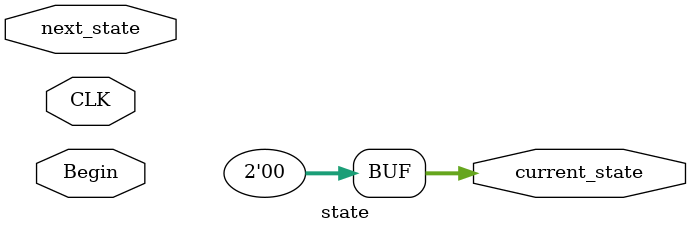
<source format=v>
module state(input wire Begin, input wire CLK, input wire [1:0] next_state, output reg [1:0] current_state);
  always @(posedge CLK) current_state = next_state;
  always @( Begin) current_state = 0;
endmodule


</source>
